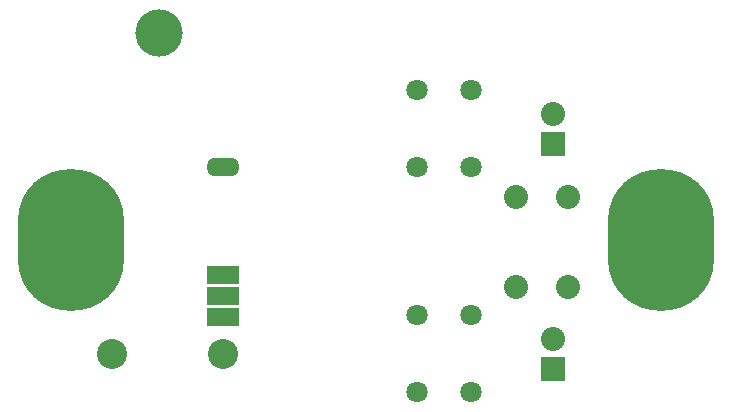
<source format=gbr>
%TF.GenerationSoftware,KiCad,Pcbnew,8.0.3*%
%TF.CreationDate,2024-06-26T10:22:25+01:00*%
%TF.ProjectId,SolderSolar,536f6c64-6572-4536-9f6c-61722e6b6963,rev?*%
%TF.SameCoordinates,PX6350ce0PY463f660*%
%TF.FileFunction,Soldermask,Bot*%
%TF.FilePolarity,Negative*%
%FSLAX46Y46*%
G04 Gerber Fmt 4.6, Leading zero omitted, Abs format (unit mm)*
G04 Created by KiCad (PCBNEW 8.0.3) date 2024-06-26 10:22:25*
%MOMM*%
%LPD*%
G01*
G04 APERTURE LIST*
%ADD10R,2.800000X1.600000*%
%ADD11O,2.800000X1.600000*%
%ADD12C,2.540000*%
%ADD13C,2.032000*%
%ADD14C,1.800000*%
%ADD15R,2.032000X2.032000*%
%ADD16C,4.000000*%
%ADD17O,9.000000X12.000000*%
G04 APERTURE END LIST*
D10*
%TO.C,C1*%
X13335000Y8890000D03*
X13335000Y10668000D03*
X13335000Y12446000D03*
D11*
X13335000Y21590000D03*
%TD*%
D12*
%TO.C,D1*%
X13335000Y5715000D03*
X3937000Y5715000D03*
%TD*%
D13*
%TO.C,R1*%
X42545000Y19050000D03*
X42545000Y11430000D03*
%TD*%
%TO.C,R2*%
X38100000Y19050000D03*
X38100000Y11430000D03*
%TD*%
D14*
%TO.C,SW1*%
X29790000Y21590000D03*
X34290000Y21590000D03*
X29790000Y28090000D03*
X34290000Y28090000D03*
%TD*%
%TO.C,SW2*%
X29790000Y2540000D03*
X34290000Y2540000D03*
X29790000Y9040000D03*
X34290000Y9040000D03*
%TD*%
D15*
%TO.C,D2*%
X41275000Y23495000D03*
D13*
X41275000Y26035000D03*
%TD*%
D15*
%TO.C,D3*%
X41275000Y4445000D03*
D13*
X41275000Y6985000D03*
%TD*%
D16*
%TO.C,SC1*%
X7919000Y32881000D03*
D17*
X419000Y15381000D03*
X50419000Y15381000D03*
%TD*%
M02*

</source>
